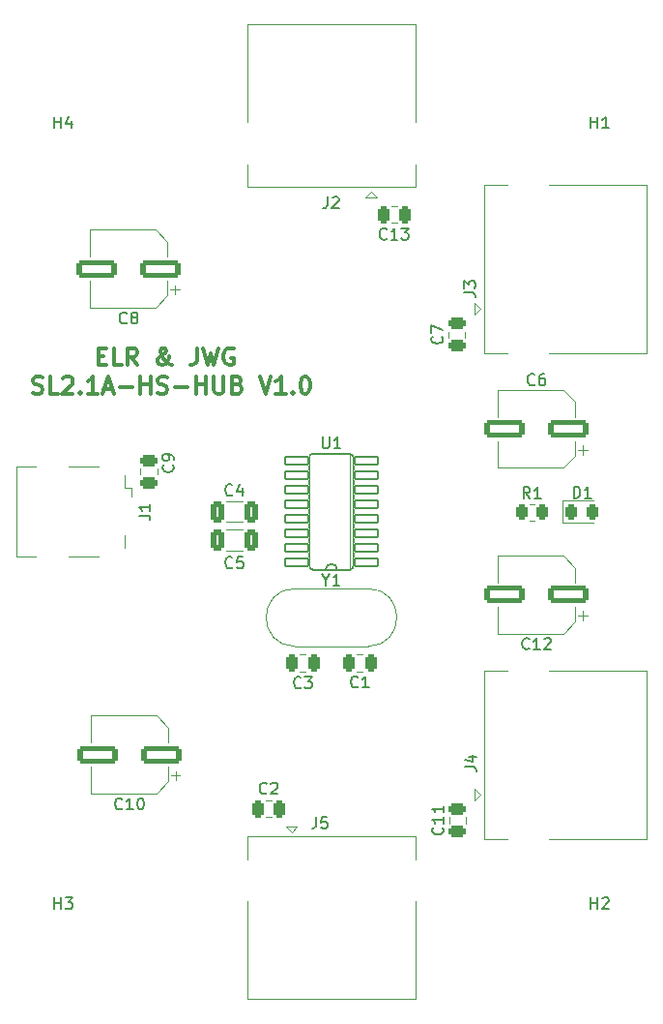
<source format=gto>
%TF.GenerationSoftware,KiCad,Pcbnew,(6.0.5)*%
%TF.CreationDate,2024-05-01T13:41:59+02:00*%
%TF.ProjectId,SL2.1A-HS-HUB,534c322e-3141-42d4-9853-2d4855422e6b,rev?*%
%TF.SameCoordinates,Original*%
%TF.FileFunction,Legend,Top*%
%TF.FilePolarity,Positive*%
%FSLAX46Y46*%
G04 Gerber Fmt 4.6, Leading zero omitted, Abs format (unit mm)*
G04 Created by KiCad (PCBNEW (6.0.5)) date 2024-05-01 13:41:59*
%MOMM*%
%LPD*%
G01*
G04 APERTURE LIST*
G04 Aperture macros list*
%AMRoundRect*
0 Rectangle with rounded corners*
0 $1 Rounding radius*
0 $2 $3 $4 $5 $6 $7 $8 $9 X,Y pos of 4 corners*
0 Add a 4 corners polygon primitive as box body*
4,1,4,$2,$3,$4,$5,$6,$7,$8,$9,$2,$3,0*
0 Add four circle primitives for the rounded corners*
1,1,$1+$1,$2,$3*
1,1,$1+$1,$4,$5*
1,1,$1+$1,$6,$7*
1,1,$1+$1,$8,$9*
0 Add four rect primitives between the rounded corners*
20,1,$1+$1,$2,$3,$4,$5,0*
20,1,$1+$1,$4,$5,$6,$7,0*
20,1,$1+$1,$6,$7,$8,$9,0*
20,1,$1+$1,$8,$9,$2,$3,0*%
G04 Aperture macros list end*
%ADD10C,0.300000*%
%ADD11C,0.150000*%
%ADD12C,0.120000*%
%ADD13C,0.152400*%
%ADD14C,0.050800*%
%ADD15RoundRect,0.250000X1.500000X0.550000X-1.500000X0.550000X-1.500000X-0.550000X1.500000X-0.550000X0*%
%ADD16RoundRect,0.250000X0.250000X0.475000X-0.250000X0.475000X-0.250000X-0.475000X0.250000X-0.475000X0*%
%ADD17R,1.524000X1.524000*%
%ADD18C,1.524000*%
%ADD19C,3.500000*%
%ADD20RoundRect,0.102000X1.016000X-0.330200X1.016000X0.330200X-1.016000X0.330200X-1.016000X-0.330200X0*%
%ADD21RoundRect,0.250000X-0.325000X-0.650000X0.325000X-0.650000X0.325000X0.650000X-0.325000X0.650000X0*%
%ADD22RoundRect,0.250000X-0.475000X0.250000X-0.475000X-0.250000X0.475000X-0.250000X0.475000X0.250000X0*%
%ADD23RoundRect,0.250000X-0.250000X-0.475000X0.250000X-0.475000X0.250000X0.475000X-0.250000X0.475000X0*%
%ADD24C,1.500000*%
%ADD25C,6.400000*%
%ADD26RoundRect,0.250000X0.475000X-0.250000X0.475000X0.250000X-0.475000X0.250000X-0.475000X-0.250000X0*%
%ADD27RoundRect,0.250000X-0.262500X-0.450000X0.262500X-0.450000X0.262500X0.450000X-0.262500X0.450000X0*%
%ADD28C,0.900000*%
%ADD29R,2.500000X0.500000*%
%ADD30R,2.500000X2.000000*%
%ADD31RoundRect,0.243750X-0.243750X-0.456250X0.243750X-0.456250X0.243750X0.456250X-0.243750X0.456250X0*%
G04 APERTURE END LIST*
D10*
X128071428Y-91892857D02*
X128571428Y-91892857D01*
X128785714Y-92678571D02*
X128071428Y-92678571D01*
X128071428Y-91178571D01*
X128785714Y-91178571D01*
X130142857Y-92678571D02*
X129428571Y-92678571D01*
X129428571Y-91178571D01*
X131500000Y-92678571D02*
X131000000Y-91964285D01*
X130642857Y-92678571D02*
X130642857Y-91178571D01*
X131214285Y-91178571D01*
X131357142Y-91250000D01*
X131428571Y-91321428D01*
X131500000Y-91464285D01*
X131500000Y-91678571D01*
X131428571Y-91821428D01*
X131357142Y-91892857D01*
X131214285Y-91964285D01*
X130642857Y-91964285D01*
X134500000Y-92678571D02*
X134428571Y-92678571D01*
X134285714Y-92607142D01*
X134071428Y-92392857D01*
X133714285Y-91964285D01*
X133571428Y-91750000D01*
X133500000Y-91535714D01*
X133500000Y-91392857D01*
X133571428Y-91250000D01*
X133714285Y-91178571D01*
X133785714Y-91178571D01*
X133928571Y-91250000D01*
X134000000Y-91392857D01*
X134000000Y-91464285D01*
X133928571Y-91607142D01*
X133857142Y-91678571D01*
X133428571Y-91964285D01*
X133357142Y-92035714D01*
X133285714Y-92178571D01*
X133285714Y-92392857D01*
X133357142Y-92535714D01*
X133428571Y-92607142D01*
X133571428Y-92678571D01*
X133785714Y-92678571D01*
X133928571Y-92607142D01*
X134000000Y-92535714D01*
X134214285Y-92250000D01*
X134285714Y-92035714D01*
X134285714Y-91892857D01*
X136714285Y-91178571D02*
X136714285Y-92250000D01*
X136642857Y-92464285D01*
X136500000Y-92607142D01*
X136285714Y-92678571D01*
X136142857Y-92678571D01*
X137285714Y-91178571D02*
X137642857Y-92678571D01*
X137928571Y-91607142D01*
X138214285Y-92678571D01*
X138571428Y-91178571D01*
X139928571Y-91250000D02*
X139785714Y-91178571D01*
X139571428Y-91178571D01*
X139357142Y-91250000D01*
X139214285Y-91392857D01*
X139142857Y-91535714D01*
X139071428Y-91821428D01*
X139071428Y-92035714D01*
X139142857Y-92321428D01*
X139214285Y-92464285D01*
X139357142Y-92607142D01*
X139571428Y-92678571D01*
X139714285Y-92678571D01*
X139928571Y-92607142D01*
X140000000Y-92535714D01*
X140000000Y-92035714D01*
X139714285Y-92035714D01*
X122357142Y-95107142D02*
X122571428Y-95178571D01*
X122928571Y-95178571D01*
X123071428Y-95107142D01*
X123142857Y-95035714D01*
X123214285Y-94892857D01*
X123214285Y-94750000D01*
X123142857Y-94607142D01*
X123071428Y-94535714D01*
X122928571Y-94464285D01*
X122642857Y-94392857D01*
X122500000Y-94321428D01*
X122428571Y-94250000D01*
X122357142Y-94107142D01*
X122357142Y-93964285D01*
X122428571Y-93821428D01*
X122500000Y-93750000D01*
X122642857Y-93678571D01*
X123000000Y-93678571D01*
X123214285Y-93750000D01*
X124571428Y-95178571D02*
X123857142Y-95178571D01*
X123857142Y-93678571D01*
X125000000Y-93821428D02*
X125071428Y-93750000D01*
X125214285Y-93678571D01*
X125571428Y-93678571D01*
X125714285Y-93750000D01*
X125785714Y-93821428D01*
X125857142Y-93964285D01*
X125857142Y-94107142D01*
X125785714Y-94321428D01*
X124928571Y-95178571D01*
X125857142Y-95178571D01*
X126500000Y-95035714D02*
X126571428Y-95107142D01*
X126500000Y-95178571D01*
X126428571Y-95107142D01*
X126500000Y-95035714D01*
X126500000Y-95178571D01*
X128000000Y-95178571D02*
X127142857Y-95178571D01*
X127571428Y-95178571D02*
X127571428Y-93678571D01*
X127428571Y-93892857D01*
X127285714Y-94035714D01*
X127142857Y-94107142D01*
X128571428Y-94750000D02*
X129285714Y-94750000D01*
X128428571Y-95178571D02*
X128928571Y-93678571D01*
X129428571Y-95178571D01*
X129928571Y-94607142D02*
X131071428Y-94607142D01*
X131785714Y-95178571D02*
X131785714Y-93678571D01*
X131785714Y-94392857D02*
X132642857Y-94392857D01*
X132642857Y-95178571D02*
X132642857Y-93678571D01*
X133285714Y-95107142D02*
X133500000Y-95178571D01*
X133857142Y-95178571D01*
X134000000Y-95107142D01*
X134071428Y-95035714D01*
X134142857Y-94892857D01*
X134142857Y-94750000D01*
X134071428Y-94607142D01*
X134000000Y-94535714D01*
X133857142Y-94464285D01*
X133571428Y-94392857D01*
X133428571Y-94321428D01*
X133357142Y-94250000D01*
X133285714Y-94107142D01*
X133285714Y-93964285D01*
X133357142Y-93821428D01*
X133428571Y-93750000D01*
X133571428Y-93678571D01*
X133928571Y-93678571D01*
X134142857Y-93750000D01*
X134785714Y-94607142D02*
X135928571Y-94607142D01*
X136642857Y-95178571D02*
X136642857Y-93678571D01*
X136642857Y-94392857D02*
X137500000Y-94392857D01*
X137500000Y-95178571D02*
X137500000Y-93678571D01*
X138214285Y-93678571D02*
X138214285Y-94892857D01*
X138285714Y-95035714D01*
X138357142Y-95107142D01*
X138500000Y-95178571D01*
X138785714Y-95178571D01*
X138928571Y-95107142D01*
X139000000Y-95035714D01*
X139071428Y-94892857D01*
X139071428Y-93678571D01*
X140285714Y-94392857D02*
X140500000Y-94464285D01*
X140571428Y-94535714D01*
X140642857Y-94678571D01*
X140642857Y-94892857D01*
X140571428Y-95035714D01*
X140500000Y-95107142D01*
X140357142Y-95178571D01*
X139785714Y-95178571D01*
X139785714Y-93678571D01*
X140285714Y-93678571D01*
X140428571Y-93750000D01*
X140500000Y-93821428D01*
X140571428Y-93964285D01*
X140571428Y-94107142D01*
X140500000Y-94250000D01*
X140428571Y-94321428D01*
X140285714Y-94392857D01*
X139785714Y-94392857D01*
X142214285Y-93678571D02*
X142714285Y-95178571D01*
X143214285Y-93678571D01*
X144500000Y-95178571D02*
X143642857Y-95178571D01*
X144071428Y-95178571D02*
X144071428Y-93678571D01*
X143928571Y-93892857D01*
X143785714Y-94035714D01*
X143642857Y-94107142D01*
X145142857Y-95035714D02*
X145214285Y-95107142D01*
X145142857Y-95178571D01*
X145071428Y-95107142D01*
X145142857Y-95035714D01*
X145142857Y-95178571D01*
X146142857Y-93678571D02*
X146285714Y-93678571D01*
X146428571Y-93750000D01*
X146500000Y-93821428D01*
X146571428Y-93964285D01*
X146642857Y-94250000D01*
X146642857Y-94607142D01*
X146571428Y-94892857D01*
X146500000Y-95035714D01*
X146428571Y-95107142D01*
X146285714Y-95178571D01*
X146142857Y-95178571D01*
X146000000Y-95107142D01*
X145928571Y-95035714D01*
X145857142Y-94892857D01*
X145785714Y-94607142D01*
X145785714Y-94250000D01*
X145857142Y-93964285D01*
X145928571Y-93821428D01*
X146000000Y-93750000D01*
X146142857Y-93678571D01*
D11*
%TO.C,C8*%
X130583333Y-88957142D02*
X130535714Y-89004761D01*
X130392857Y-89052380D01*
X130297619Y-89052380D01*
X130154761Y-89004761D01*
X130059523Y-88909523D01*
X130011904Y-88814285D01*
X129964285Y-88623809D01*
X129964285Y-88480952D01*
X130011904Y-88290476D01*
X130059523Y-88195238D01*
X130154761Y-88100000D01*
X130297619Y-88052380D01*
X130392857Y-88052380D01*
X130535714Y-88100000D01*
X130583333Y-88147619D01*
X131154761Y-88480952D02*
X131059523Y-88433333D01*
X131011904Y-88385714D01*
X130964285Y-88290476D01*
X130964285Y-88242857D01*
X131011904Y-88147619D01*
X131059523Y-88100000D01*
X131154761Y-88052380D01*
X131345238Y-88052380D01*
X131440476Y-88100000D01*
X131488095Y-88147619D01*
X131535714Y-88242857D01*
X131535714Y-88290476D01*
X131488095Y-88385714D01*
X131440476Y-88433333D01*
X131345238Y-88480952D01*
X131154761Y-88480952D01*
X131059523Y-88528571D01*
X131011904Y-88576190D01*
X130964285Y-88671428D01*
X130964285Y-88861904D01*
X131011904Y-88957142D01*
X131059523Y-89004761D01*
X131154761Y-89052380D01*
X131345238Y-89052380D01*
X131440476Y-89004761D01*
X131488095Y-88957142D01*
X131535714Y-88861904D01*
X131535714Y-88671428D01*
X131488095Y-88576190D01*
X131440476Y-88528571D01*
X131345238Y-88480952D01*
%TO.C,C2*%
X142833333Y-130107142D02*
X142785714Y-130154761D01*
X142642857Y-130202380D01*
X142547619Y-130202380D01*
X142404761Y-130154761D01*
X142309523Y-130059523D01*
X142261904Y-129964285D01*
X142214285Y-129773809D01*
X142214285Y-129630952D01*
X142261904Y-129440476D01*
X142309523Y-129345238D01*
X142404761Y-129250000D01*
X142547619Y-129202380D01*
X142642857Y-129202380D01*
X142785714Y-129250000D01*
X142833333Y-129297619D01*
X143214285Y-129297619D02*
X143261904Y-129250000D01*
X143357142Y-129202380D01*
X143595238Y-129202380D01*
X143690476Y-129250000D01*
X143738095Y-129297619D01*
X143785714Y-129392857D01*
X143785714Y-129488095D01*
X143738095Y-129630952D01*
X143166666Y-130202380D01*
X143785714Y-130202380D01*
%TO.C,J2*%
X148166666Y-77952380D02*
X148166666Y-78666666D01*
X148119047Y-78809523D01*
X148023809Y-78904761D01*
X147880952Y-78952380D01*
X147785714Y-78952380D01*
X148595238Y-78047619D02*
X148642857Y-78000000D01*
X148738095Y-77952380D01*
X148976190Y-77952380D01*
X149071428Y-78000000D01*
X149119047Y-78047619D01*
X149166666Y-78142857D01*
X149166666Y-78238095D01*
X149119047Y-78380952D01*
X148547619Y-78952380D01*
X149166666Y-78952380D01*
%TO.C,C12*%
X165831538Y-117457142D02*
X165783919Y-117504761D01*
X165641062Y-117552380D01*
X165545824Y-117552380D01*
X165402967Y-117504761D01*
X165307729Y-117409523D01*
X165260110Y-117314285D01*
X165212491Y-117123809D01*
X165212491Y-116980952D01*
X165260110Y-116790476D01*
X165307729Y-116695238D01*
X165402967Y-116600000D01*
X165545824Y-116552380D01*
X165641062Y-116552380D01*
X165783919Y-116600000D01*
X165831538Y-116647619D01*
X166783919Y-117552380D02*
X166212491Y-117552380D01*
X166498205Y-117552380D02*
X166498205Y-116552380D01*
X166402967Y-116695238D01*
X166307729Y-116790476D01*
X166212491Y-116838095D01*
X167164872Y-116647619D02*
X167212491Y-116600000D01*
X167307729Y-116552380D01*
X167545824Y-116552380D01*
X167641062Y-116600000D01*
X167688681Y-116647619D01*
X167736300Y-116742857D01*
X167736300Y-116838095D01*
X167688681Y-116980952D01*
X167117253Y-117552380D01*
X167736300Y-117552380D01*
%TO.C,J5*%
X147166666Y-132202380D02*
X147166666Y-132916666D01*
X147119047Y-133059523D01*
X147023809Y-133154761D01*
X146880952Y-133202380D01*
X146785714Y-133202380D01*
X148119047Y-132202380D02*
X147642857Y-132202380D01*
X147595238Y-132678571D01*
X147642857Y-132630952D01*
X147738095Y-132583333D01*
X147976190Y-132583333D01*
X148071428Y-132630952D01*
X148119047Y-132678571D01*
X148166666Y-132773809D01*
X148166666Y-133011904D01*
X148119047Y-133107142D01*
X148071428Y-133154761D01*
X147976190Y-133202380D01*
X147738095Y-133202380D01*
X147642857Y-133154761D01*
X147595238Y-133107142D01*
%TO.C,U1*%
X147738095Y-98952380D02*
X147738095Y-99761904D01*
X147785714Y-99857142D01*
X147833333Y-99904761D01*
X147928571Y-99952380D01*
X148119047Y-99952380D01*
X148214285Y-99904761D01*
X148261904Y-99857142D01*
X148309523Y-99761904D01*
X148309523Y-98952380D01*
X149309523Y-99952380D02*
X148738095Y-99952380D01*
X149023809Y-99952380D02*
X149023809Y-98952380D01*
X148928571Y-99095238D01*
X148833333Y-99190476D01*
X148738095Y-99238095D01*
%TO.C,C4*%
X139833333Y-104007142D02*
X139785714Y-104054761D01*
X139642857Y-104102380D01*
X139547619Y-104102380D01*
X139404761Y-104054761D01*
X139309523Y-103959523D01*
X139261904Y-103864285D01*
X139214285Y-103673809D01*
X139214285Y-103530952D01*
X139261904Y-103340476D01*
X139309523Y-103245238D01*
X139404761Y-103150000D01*
X139547619Y-103102380D01*
X139642857Y-103102380D01*
X139785714Y-103150000D01*
X139833333Y-103197619D01*
X140690476Y-103435714D02*
X140690476Y-104102380D01*
X140452380Y-103054761D02*
X140214285Y-103769047D01*
X140833333Y-103769047D01*
%TO.C,C5*%
X139833333Y-110357142D02*
X139785714Y-110404761D01*
X139642857Y-110452380D01*
X139547619Y-110452380D01*
X139404761Y-110404761D01*
X139309523Y-110309523D01*
X139261904Y-110214285D01*
X139214285Y-110023809D01*
X139214285Y-109880952D01*
X139261904Y-109690476D01*
X139309523Y-109595238D01*
X139404761Y-109500000D01*
X139547619Y-109452380D01*
X139642857Y-109452380D01*
X139785714Y-109500000D01*
X139833333Y-109547619D01*
X140738095Y-109452380D02*
X140261904Y-109452380D01*
X140214285Y-109928571D01*
X140261904Y-109880952D01*
X140357142Y-109833333D01*
X140595238Y-109833333D01*
X140690476Y-109880952D01*
X140738095Y-109928571D01*
X140785714Y-110023809D01*
X140785714Y-110261904D01*
X140738095Y-110357142D01*
X140690476Y-110404761D01*
X140595238Y-110452380D01*
X140357142Y-110452380D01*
X140261904Y-110404761D01*
X140214285Y-110357142D01*
%TO.C,J3*%
X160124880Y-86333333D02*
X160839166Y-86333333D01*
X160982023Y-86380952D01*
X161077261Y-86476190D01*
X161124880Y-86619047D01*
X161124880Y-86714285D01*
X160124880Y-85952380D02*
X160124880Y-85333333D01*
X160505833Y-85666666D01*
X160505833Y-85523809D01*
X160553452Y-85428571D01*
X160601071Y-85380952D01*
X160696309Y-85333333D01*
X160934404Y-85333333D01*
X161029642Y-85380952D01*
X161077261Y-85428571D01*
X161124880Y-85523809D01*
X161124880Y-85809523D01*
X161077261Y-85904761D01*
X161029642Y-85952380D01*
%TO.C,C9*%
X134607142Y-101416666D02*
X134654761Y-101464285D01*
X134702380Y-101607142D01*
X134702380Y-101702380D01*
X134654761Y-101845238D01*
X134559523Y-101940476D01*
X134464285Y-101988095D01*
X134273809Y-102035714D01*
X134130952Y-102035714D01*
X133940476Y-101988095D01*
X133845238Y-101940476D01*
X133750000Y-101845238D01*
X133702380Y-101702380D01*
X133702380Y-101607142D01*
X133750000Y-101464285D01*
X133797619Y-101416666D01*
X134702380Y-100940476D02*
X134702380Y-100750000D01*
X134654761Y-100654761D01*
X134607142Y-100607142D01*
X134464285Y-100511904D01*
X134273809Y-100464285D01*
X133892857Y-100464285D01*
X133797619Y-100511904D01*
X133750000Y-100559523D01*
X133702380Y-100654761D01*
X133702380Y-100845238D01*
X133750000Y-100940476D01*
X133797619Y-100988095D01*
X133892857Y-101035714D01*
X134130952Y-101035714D01*
X134226190Y-100988095D01*
X134273809Y-100940476D01*
X134321428Y-100845238D01*
X134321428Y-100654761D01*
X134273809Y-100559523D01*
X134226190Y-100511904D01*
X134130952Y-100464285D01*
%TO.C,C3*%
X145833333Y-120857142D02*
X145785714Y-120904761D01*
X145642857Y-120952380D01*
X145547619Y-120952380D01*
X145404761Y-120904761D01*
X145309523Y-120809523D01*
X145261904Y-120714285D01*
X145214285Y-120523809D01*
X145214285Y-120380952D01*
X145261904Y-120190476D01*
X145309523Y-120095238D01*
X145404761Y-120000000D01*
X145547619Y-119952380D01*
X145642857Y-119952380D01*
X145785714Y-120000000D01*
X145833333Y-120047619D01*
X146166666Y-119952380D02*
X146785714Y-119952380D01*
X146452380Y-120333333D01*
X146595238Y-120333333D01*
X146690476Y-120380952D01*
X146738095Y-120428571D01*
X146785714Y-120523809D01*
X146785714Y-120761904D01*
X146738095Y-120857142D01*
X146690476Y-120904761D01*
X146595238Y-120952380D01*
X146309523Y-120952380D01*
X146214285Y-120904761D01*
X146166666Y-120857142D01*
%TO.C,Y1*%
X148033809Y-111476190D02*
X148033809Y-111952380D01*
X147700476Y-110952380D02*
X148033809Y-111476190D01*
X148367142Y-110952380D01*
X149224285Y-111952380D02*
X148652857Y-111952380D01*
X148938571Y-111952380D02*
X148938571Y-110952380D01*
X148843333Y-111095238D01*
X148748095Y-111190476D01*
X148652857Y-111238095D01*
%TO.C,H1*%
X171238095Y-71952380D02*
X171238095Y-70952380D01*
X171238095Y-71428571D02*
X171809523Y-71428571D01*
X171809523Y-71952380D02*
X171809523Y-70952380D01*
X172809523Y-71952380D02*
X172238095Y-71952380D01*
X172523809Y-71952380D02*
X172523809Y-70952380D01*
X172428571Y-71095238D01*
X172333333Y-71190476D01*
X172238095Y-71238095D01*
%TO.C,C1*%
X150833333Y-120787142D02*
X150785714Y-120834761D01*
X150642857Y-120882380D01*
X150547619Y-120882380D01*
X150404761Y-120834761D01*
X150309523Y-120739523D01*
X150261904Y-120644285D01*
X150214285Y-120453809D01*
X150214285Y-120310952D01*
X150261904Y-120120476D01*
X150309523Y-120025238D01*
X150404761Y-119930000D01*
X150547619Y-119882380D01*
X150642857Y-119882380D01*
X150785714Y-119930000D01*
X150833333Y-119977619D01*
X151785714Y-120882380D02*
X151214285Y-120882380D01*
X151500000Y-120882380D02*
X151500000Y-119882380D01*
X151404761Y-120025238D01*
X151309523Y-120120476D01*
X151214285Y-120168095D01*
%TO.C,C7*%
X158177142Y-90166666D02*
X158224761Y-90214285D01*
X158272380Y-90357142D01*
X158272380Y-90452380D01*
X158224761Y-90595238D01*
X158129523Y-90690476D01*
X158034285Y-90738095D01*
X157843809Y-90785714D01*
X157700952Y-90785714D01*
X157510476Y-90738095D01*
X157415238Y-90690476D01*
X157320000Y-90595238D01*
X157272380Y-90452380D01*
X157272380Y-90357142D01*
X157320000Y-90214285D01*
X157367619Y-90166666D01*
X157272380Y-89833333D02*
X157272380Y-89166666D01*
X158272380Y-89595238D01*
%TO.C,J4*%
X160202380Y-127833333D02*
X160916666Y-127833333D01*
X161059523Y-127880952D01*
X161154761Y-127976190D01*
X161202380Y-128119047D01*
X161202380Y-128214285D01*
X160535714Y-126928571D02*
X161202380Y-126928571D01*
X160154761Y-127166666D02*
X160869047Y-127404761D01*
X160869047Y-126785714D01*
%TO.C,H4*%
X124238095Y-71952380D02*
X124238095Y-70952380D01*
X124238095Y-71428571D02*
X124809523Y-71428571D01*
X124809523Y-71952380D02*
X124809523Y-70952380D01*
X125714285Y-71285714D02*
X125714285Y-71952380D01*
X125476190Y-70904761D02*
X125238095Y-71619047D01*
X125857142Y-71619047D01*
%TO.C,C10*%
X130165665Y-131457142D02*
X130118046Y-131504761D01*
X129975189Y-131552380D01*
X129879951Y-131552380D01*
X129737094Y-131504761D01*
X129641856Y-131409523D01*
X129594237Y-131314285D01*
X129546618Y-131123809D01*
X129546618Y-130980952D01*
X129594237Y-130790476D01*
X129641856Y-130695238D01*
X129737094Y-130600000D01*
X129879951Y-130552380D01*
X129975189Y-130552380D01*
X130118046Y-130600000D01*
X130165665Y-130647619D01*
X131118046Y-131552380D02*
X130546618Y-131552380D01*
X130832332Y-131552380D02*
X130832332Y-130552380D01*
X130737094Y-130695238D01*
X130641856Y-130790476D01*
X130546618Y-130838095D01*
X131737094Y-130552380D02*
X131832332Y-130552380D01*
X131927570Y-130600000D01*
X131975189Y-130647619D01*
X132022808Y-130742857D01*
X132070427Y-130933333D01*
X132070427Y-131171428D01*
X132022808Y-131361904D01*
X131975189Y-131457142D01*
X131927570Y-131504761D01*
X131832332Y-131552380D01*
X131737094Y-131552380D01*
X131641856Y-131504761D01*
X131594237Y-131457142D01*
X131546618Y-131361904D01*
X131498999Y-131171428D01*
X131498999Y-130933333D01*
X131546618Y-130742857D01*
X131594237Y-130647619D01*
X131641856Y-130600000D01*
X131737094Y-130552380D01*
%TO.C,R1*%
X165897729Y-104347380D02*
X165564396Y-103871190D01*
X165326300Y-104347380D02*
X165326300Y-103347380D01*
X165707253Y-103347380D01*
X165802491Y-103395000D01*
X165850110Y-103442619D01*
X165897729Y-103537857D01*
X165897729Y-103680714D01*
X165850110Y-103775952D01*
X165802491Y-103823571D01*
X165707253Y-103871190D01*
X165326300Y-103871190D01*
X166850110Y-104347380D02*
X166278681Y-104347380D01*
X166564396Y-104347380D02*
X166564396Y-103347380D01*
X166469157Y-103490238D01*
X166373919Y-103585476D01*
X166278681Y-103633095D01*
%TO.C,J1*%
X131627380Y-105833333D02*
X132341666Y-105833333D01*
X132484523Y-105880952D01*
X132579761Y-105976190D01*
X132627380Y-106119047D01*
X132627380Y-106214285D01*
X132627380Y-104833333D02*
X132627380Y-105404761D01*
X132627380Y-105119047D02*
X131627380Y-105119047D01*
X131770238Y-105214285D01*
X131865476Y-105309523D01*
X131913095Y-105404761D01*
%TO.C,H2*%
X171238095Y-140252380D02*
X171238095Y-139252380D01*
X171238095Y-139728571D02*
X171809523Y-139728571D01*
X171809523Y-140252380D02*
X171809523Y-139252380D01*
X172238095Y-139347619D02*
X172285714Y-139300000D01*
X172380952Y-139252380D01*
X172619047Y-139252380D01*
X172714285Y-139300000D01*
X172761904Y-139347619D01*
X172809523Y-139442857D01*
X172809523Y-139538095D01*
X172761904Y-139680952D01*
X172190476Y-140252380D01*
X172809523Y-140252380D01*
%TO.C,C11*%
X158227142Y-133142857D02*
X158274761Y-133190476D01*
X158322380Y-133333333D01*
X158322380Y-133428571D01*
X158274761Y-133571428D01*
X158179523Y-133666666D01*
X158084285Y-133714285D01*
X157893809Y-133761904D01*
X157750952Y-133761904D01*
X157560476Y-133714285D01*
X157465238Y-133666666D01*
X157370000Y-133571428D01*
X157322380Y-133428571D01*
X157322380Y-133333333D01*
X157370000Y-133190476D01*
X157417619Y-133142857D01*
X158322380Y-132190476D02*
X158322380Y-132761904D01*
X158322380Y-132476190D02*
X157322380Y-132476190D01*
X157465238Y-132571428D01*
X157560476Y-132666666D01*
X157608095Y-132761904D01*
X158322380Y-131238095D02*
X158322380Y-131809523D01*
X158322380Y-131523809D02*
X157322380Y-131523809D01*
X157465238Y-131619047D01*
X157560476Y-131714285D01*
X157608095Y-131809523D01*
%TO.C,D1*%
X169736300Y-104302380D02*
X169736300Y-103302380D01*
X169974396Y-103302380D01*
X170117253Y-103350000D01*
X170212491Y-103445238D01*
X170260110Y-103540476D01*
X170307729Y-103730952D01*
X170307729Y-103873809D01*
X170260110Y-104064285D01*
X170212491Y-104159523D01*
X170117253Y-104254761D01*
X169974396Y-104302380D01*
X169736300Y-104302380D01*
X171260110Y-104302380D02*
X170688681Y-104302380D01*
X170974396Y-104302380D02*
X170974396Y-103302380D01*
X170879157Y-103445238D01*
X170783919Y-103540476D01*
X170688681Y-103588095D01*
%TO.C,C13*%
X153357142Y-81607142D02*
X153309523Y-81654761D01*
X153166666Y-81702380D01*
X153071428Y-81702380D01*
X152928571Y-81654761D01*
X152833333Y-81559523D01*
X152785714Y-81464285D01*
X152738095Y-81273809D01*
X152738095Y-81130952D01*
X152785714Y-80940476D01*
X152833333Y-80845238D01*
X152928571Y-80750000D01*
X153071428Y-80702380D01*
X153166666Y-80702380D01*
X153309523Y-80750000D01*
X153357142Y-80797619D01*
X154309523Y-81702380D02*
X153738095Y-81702380D01*
X154023809Y-81702380D02*
X154023809Y-80702380D01*
X153928571Y-80845238D01*
X153833333Y-80940476D01*
X153738095Y-80988095D01*
X154642857Y-80702380D02*
X155261904Y-80702380D01*
X154928571Y-81083333D01*
X155071428Y-81083333D01*
X155166666Y-81130952D01*
X155214285Y-81178571D01*
X155261904Y-81273809D01*
X155261904Y-81511904D01*
X155214285Y-81607142D01*
X155166666Y-81654761D01*
X155071428Y-81702380D01*
X154785714Y-81702380D01*
X154690476Y-81654761D01*
X154642857Y-81607142D01*
%TO.C,H3*%
X124238095Y-140252380D02*
X124238095Y-139252380D01*
X124238095Y-139728571D02*
X124809523Y-139728571D01*
X124809523Y-140252380D02*
X124809523Y-139252380D01*
X125190476Y-139252380D02*
X125809523Y-139252380D01*
X125476190Y-139633333D01*
X125619047Y-139633333D01*
X125714285Y-139680952D01*
X125761904Y-139728571D01*
X125809523Y-139823809D01*
X125809523Y-140061904D01*
X125761904Y-140157142D01*
X125714285Y-140204761D01*
X125619047Y-140252380D01*
X125333333Y-140252380D01*
X125238095Y-140204761D01*
X125190476Y-140157142D01*
%TO.C,C6*%
X166307729Y-94357142D02*
X166260110Y-94404761D01*
X166117253Y-94452380D01*
X166022015Y-94452380D01*
X165879157Y-94404761D01*
X165783919Y-94309523D01*
X165736300Y-94214285D01*
X165688681Y-94023809D01*
X165688681Y-93880952D01*
X165736300Y-93690476D01*
X165783919Y-93595238D01*
X165879157Y-93500000D01*
X166022015Y-93452380D01*
X166117253Y-93452380D01*
X166260110Y-93500000D01*
X166307729Y-93547619D01*
X167164872Y-93452380D02*
X166974396Y-93452380D01*
X166879157Y-93500000D01*
X166831538Y-93547619D01*
X166736300Y-93690476D01*
X166688681Y-93880952D01*
X166688681Y-94261904D01*
X166736300Y-94357142D01*
X166783919Y-94404761D01*
X166879157Y-94452380D01*
X167069634Y-94452380D01*
X167164872Y-94404761D01*
X167212491Y-94357142D01*
X167260110Y-94261904D01*
X167260110Y-94023809D01*
X167212491Y-93928571D01*
X167164872Y-93880952D01*
X167069634Y-93833333D01*
X166879157Y-93833333D01*
X166783919Y-93880952D01*
X166736300Y-93928571D01*
X166688681Y-94023809D01*
D12*
%TO.C,C8*%
X127340000Y-87660000D02*
X127340000Y-85310000D01*
X134160000Y-81904437D02*
X134160000Y-83190000D01*
X133095563Y-87660000D02*
X127340000Y-87660000D01*
X134160000Y-86595563D02*
X133095563Y-87660000D01*
X133095563Y-80840000D02*
X127340000Y-80840000D01*
X135187500Y-86097500D02*
X134400000Y-86097500D01*
X134160000Y-86595563D02*
X134160000Y-85310000D01*
X134160000Y-81904437D02*
X133095563Y-80840000D01*
X127340000Y-80840000D02*
X127340000Y-83190000D01*
X134793750Y-86491250D02*
X134793750Y-85703750D01*
%TO.C,C2*%
X143261252Y-132235000D02*
X142738748Y-132235000D01*
X143261252Y-130765000D02*
X142738748Y-130765000D01*
%TO.C,J2*%
X155860000Y-71417500D02*
X155860000Y-62877500D01*
X155860000Y-62877500D02*
X141140000Y-62877500D01*
X152500000Y-77977500D02*
X152000000Y-77477500D01*
X155860000Y-77097500D02*
X141140000Y-77097500D01*
X152000000Y-77477500D02*
X151500000Y-77977500D01*
X151500000Y-77977500D02*
X152500000Y-77977500D01*
X155860000Y-77097500D02*
X155860000Y-75117500D01*
X141140000Y-71417500D02*
X141140000Y-62877500D01*
X141140000Y-75117500D02*
X141140000Y-77097500D01*
%TO.C,C12*%
X163064396Y-116160000D02*
X163064396Y-113810000D01*
X168819959Y-109340000D02*
X163064396Y-109340000D01*
X170911896Y-114597500D02*
X170124396Y-114597500D01*
X169884396Y-115095563D02*
X169884396Y-113810000D01*
X169884396Y-110404437D02*
X168819959Y-109340000D01*
X168819959Y-116160000D02*
X163064396Y-116160000D01*
X169884396Y-115095563D02*
X168819959Y-116160000D01*
X163064396Y-109340000D02*
X163064396Y-111690000D01*
X169884396Y-110404437D02*
X169884396Y-111690000D01*
X170518146Y-114991250D02*
X170518146Y-114203750D01*
%TO.C,J5*%
X155860000Y-139582500D02*
X155860000Y-148122500D01*
X155860000Y-135882500D02*
X155860000Y-133902500D01*
X141140000Y-148122500D02*
X155860000Y-148122500D01*
X145000000Y-133522500D02*
X145500000Y-133022500D01*
X141140000Y-133902500D02*
X141140000Y-135882500D01*
X141140000Y-133902500D02*
X155860000Y-133902500D01*
X145500000Y-133022500D02*
X144500000Y-133022500D01*
X141140000Y-139582500D02*
X141140000Y-148122500D01*
X144500000Y-133022500D02*
X145000000Y-133522500D01*
D13*
%TO.C,U1*%
X150074800Y-100420000D02*
X146925200Y-100420000D01*
X146925200Y-110580000D02*
X147992000Y-110580000D01*
D14*
X150100200Y-110580000D02*
X150100200Y-100420000D01*
D13*
X150455800Y-110199000D02*
X150455800Y-100801000D01*
X147992000Y-110580000D02*
X149008000Y-110580000D01*
X146544200Y-100801000D02*
X146544200Y-110199000D01*
X149008000Y-110580000D02*
X150074800Y-110580000D01*
X150455800Y-100801000D02*
G75*
G03*
X150074800Y-100420000I-381000J0D01*
G01*
X149008000Y-110580000D02*
G75*
G03*
X147992000Y-110580000I-508000J0D01*
G01*
X146544200Y-110199000D02*
G75*
G03*
X146925200Y-110580000I380999J-1D01*
G01*
X146925200Y-100420000D02*
G75*
G03*
X146544200Y-100801000I0J-381000D01*
G01*
X150074800Y-110580000D02*
G75*
G03*
X150455800Y-110199000I1J380999D01*
G01*
D12*
%TO.C,C4*%
X139288748Y-106410000D02*
X140711252Y-106410000D01*
X139288748Y-104590000D02*
X140711252Y-104590000D01*
%TO.C,C5*%
X139288748Y-108910000D02*
X140711252Y-108910000D01*
X139288748Y-107090000D02*
X140711252Y-107090000D01*
%TO.C,J3*%
X161022500Y-87250000D02*
X161022500Y-88250000D01*
X176122500Y-91610000D02*
X176122500Y-76890000D01*
X167582500Y-76890000D02*
X176122500Y-76890000D01*
X161522500Y-87750000D02*
X161022500Y-87250000D01*
X161902500Y-91610000D02*
X163882500Y-91610000D01*
X167582500Y-91610000D02*
X176122500Y-91610000D01*
X163882500Y-76890000D02*
X161902500Y-76890000D01*
X161902500Y-91610000D02*
X161902500Y-76890000D01*
X161022500Y-88250000D02*
X161522500Y-87750000D01*
%TO.C,C9*%
X133235000Y-101738748D02*
X133235000Y-102261252D01*
X131765000Y-101738748D02*
X131765000Y-102261252D01*
%TO.C,C3*%
X145738748Y-119485000D02*
X146261252Y-119485000D01*
X145738748Y-118015000D02*
X146261252Y-118015000D01*
%TO.C,Y1*%
X151710000Y-112225000D02*
X145310000Y-112225000D01*
X151710000Y-117275000D02*
X145310000Y-117275000D01*
X151710000Y-117275000D02*
G75*
G03*
X151710000Y-112225000I0J2525000D01*
G01*
X145310000Y-112225000D02*
G75*
G03*
X145310000Y-117275000I0J-2525000D01*
G01*
%TO.C,C1*%
X151261252Y-119485000D02*
X150738748Y-119485000D01*
X151261252Y-118015000D02*
X150738748Y-118015000D01*
%TO.C,C7*%
X158765000Y-90261252D02*
X158765000Y-89738748D01*
X160235000Y-90261252D02*
X160235000Y-89738748D01*
%TO.C,J4*%
X161022500Y-129750000D02*
X161022500Y-130750000D01*
X161902500Y-134110000D02*
X161902500Y-119390000D01*
X163882500Y-119390000D02*
X161902500Y-119390000D01*
X161022500Y-130750000D02*
X161522500Y-130250000D01*
X161902500Y-134110000D02*
X163882500Y-134110000D01*
X167582500Y-134110000D02*
X176122500Y-134110000D01*
X161522500Y-130250000D02*
X161022500Y-129750000D01*
X167582500Y-119390000D02*
X176122500Y-119390000D01*
X176122500Y-134110000D02*
X176122500Y-119390000D01*
%TO.C,C10*%
X134218523Y-124404437D02*
X133154086Y-123340000D01*
X134218523Y-129095563D02*
X133154086Y-130160000D01*
X134852273Y-128991250D02*
X134852273Y-128203750D01*
X135246023Y-128597500D02*
X134458523Y-128597500D01*
X133154086Y-130160000D02*
X127398523Y-130160000D01*
X133154086Y-123340000D02*
X127398523Y-123340000D01*
X127398523Y-130160000D02*
X127398523Y-127810000D01*
X134218523Y-129095563D02*
X134218523Y-127810000D01*
X134218523Y-124404437D02*
X134218523Y-125690000D01*
X127398523Y-123340000D02*
X127398523Y-125690000D01*
%TO.C,R1*%
X165837332Y-104810000D02*
X166291460Y-104810000D01*
X165837332Y-106280000D02*
X166291460Y-106280000D01*
%TO.C,J1*%
X128075000Y-109460000D02*
X125475000Y-109460000D01*
X122575000Y-101540000D02*
X120915000Y-101540000D01*
X130385000Y-102300000D02*
X130385000Y-103450000D01*
X130385000Y-103450000D02*
X130975000Y-103450000D01*
X130975000Y-103450000D02*
X130975000Y-104150000D01*
X120915000Y-109460000D02*
X122575000Y-109460000D01*
X120915000Y-101540000D02*
X120915000Y-109460000D01*
X125475000Y-101540000D02*
X128075000Y-101540000D01*
X130385000Y-107550000D02*
X130385000Y-108700000D01*
%TO.C,C11*%
X158815000Y-132761252D02*
X158815000Y-132238748D01*
X160285000Y-132761252D02*
X160285000Y-132238748D01*
%TO.C,D1*%
X168789396Y-104540000D02*
X168789396Y-106460000D01*
X171474396Y-104540000D02*
X168789396Y-104540000D01*
X168789396Y-106460000D02*
X171474396Y-106460000D01*
%TO.C,C13*%
X154261252Y-80235000D02*
X153738748Y-80235000D01*
X154261252Y-78765000D02*
X153738748Y-78765000D01*
%TO.C,C6*%
X169884396Y-95904437D02*
X168819959Y-94840000D01*
X170911896Y-100097500D02*
X170124396Y-100097500D01*
X169884396Y-95904437D02*
X169884396Y-97190000D01*
X168819959Y-101660000D02*
X163064396Y-101660000D01*
X163064396Y-101660000D02*
X163064396Y-99310000D01*
X169884396Y-100595563D02*
X168819959Y-101660000D01*
X169884396Y-100595563D02*
X169884396Y-99310000D01*
X170518146Y-100491250D02*
X170518146Y-99703750D01*
X163064396Y-94840000D02*
X163064396Y-97190000D01*
X168819959Y-94840000D02*
X163064396Y-94840000D01*
%TD*%
%LPC*%
D15*
%TO.C,C8*%
X133550000Y-84250000D03*
X127950000Y-84250000D03*
%TD*%
D16*
%TO.C,C2*%
X143950000Y-131500000D03*
X142050000Y-131500000D03*
%TD*%
D17*
%TO.C,J2*%
X152000000Y-75977500D03*
D18*
X149500000Y-75977500D03*
X147500000Y-75977500D03*
X145000000Y-75977500D03*
D19*
X141930000Y-73267500D03*
X155070000Y-73267500D03*
%TD*%
D15*
%TO.C,C12*%
X169274396Y-112750000D03*
X163674396Y-112750000D03*
%TD*%
D17*
%TO.C,J5*%
X145000000Y-135022500D03*
D18*
X147500000Y-135022500D03*
X149500000Y-135022500D03*
X152000000Y-135022500D03*
D19*
X155070000Y-137732500D03*
X141930000Y-137732500D03*
%TD*%
D20*
%TO.C,U1*%
X151573400Y-109945000D03*
X151573400Y-108675000D03*
X151573400Y-107405000D03*
X151573400Y-106135000D03*
X151573400Y-104865000D03*
X151573400Y-103595000D03*
X151573400Y-102325000D03*
X151573400Y-101055000D03*
X145426600Y-101055000D03*
X145426600Y-102325000D03*
X145426600Y-103595000D03*
X145426600Y-104865000D03*
X145426600Y-106135000D03*
X145426600Y-107405000D03*
X145426600Y-108675000D03*
X145426600Y-109945000D03*
%TD*%
D21*
%TO.C,C4*%
X138525000Y-105500000D03*
X141475000Y-105500000D03*
%TD*%
%TO.C,C5*%
X138525000Y-108000000D03*
X141475000Y-108000000D03*
%TD*%
D17*
%TO.C,J3*%
X163022500Y-87750000D03*
D18*
X163022500Y-85250000D03*
X163022500Y-83250000D03*
X163022500Y-80750000D03*
D19*
X165732500Y-77680000D03*
X165732500Y-90820000D03*
%TD*%
D22*
%TO.C,C9*%
X132500000Y-101050000D03*
X132500000Y-102950000D03*
%TD*%
D23*
%TO.C,C3*%
X145050000Y-118750000D03*
X146950000Y-118750000D03*
%TD*%
D24*
%TO.C,Y1*%
X150950000Y-114750000D03*
X146070000Y-114750000D03*
%TD*%
D25*
%TO.C,H1*%
X172000000Y-67000000D03*
%TD*%
D16*
%TO.C,C1*%
X151950000Y-118750000D03*
X150050000Y-118750000D03*
%TD*%
D26*
%TO.C,C7*%
X159500000Y-90950000D03*
X159500000Y-89050000D03*
%TD*%
D17*
%TO.C,J4*%
X163022500Y-130250000D03*
D18*
X163022500Y-127750000D03*
X163022500Y-125750000D03*
X163022500Y-123250000D03*
D19*
X165732500Y-120180000D03*
X165732500Y-133320000D03*
%TD*%
D25*
%TO.C,H4*%
X125000000Y-67000000D03*
%TD*%
D15*
%TO.C,C10*%
X133608523Y-126750000D03*
X128008523Y-126750000D03*
%TD*%
D27*
%TO.C,R1*%
X165151896Y-105545000D03*
X166976896Y-105545000D03*
%TD*%
D28*
%TO.C,J1*%
X126925000Y-103300000D03*
X126925000Y-107700000D03*
D29*
X129525000Y-103900000D03*
X129525000Y-104700000D03*
X129525000Y-105500000D03*
X129525000Y-106300000D03*
X129525000Y-107100000D03*
D30*
X124025000Y-101100000D03*
X129525000Y-109900000D03*
X124025000Y-109900000D03*
X129525000Y-101100000D03*
%TD*%
D25*
%TO.C,H2*%
X172000000Y-144000000D03*
%TD*%
D26*
%TO.C,C11*%
X159550000Y-133450000D03*
X159550000Y-131550000D03*
%TD*%
D31*
%TO.C,D1*%
X169536896Y-105500000D03*
X171411896Y-105500000D03*
%TD*%
D16*
%TO.C,C13*%
X154950000Y-79500000D03*
X153050000Y-79500000D03*
%TD*%
D25*
%TO.C,H3*%
X125000000Y-144000000D03*
%TD*%
D15*
%TO.C,C6*%
X169274396Y-98250000D03*
X163674396Y-98250000D03*
%TD*%
M02*

</source>
